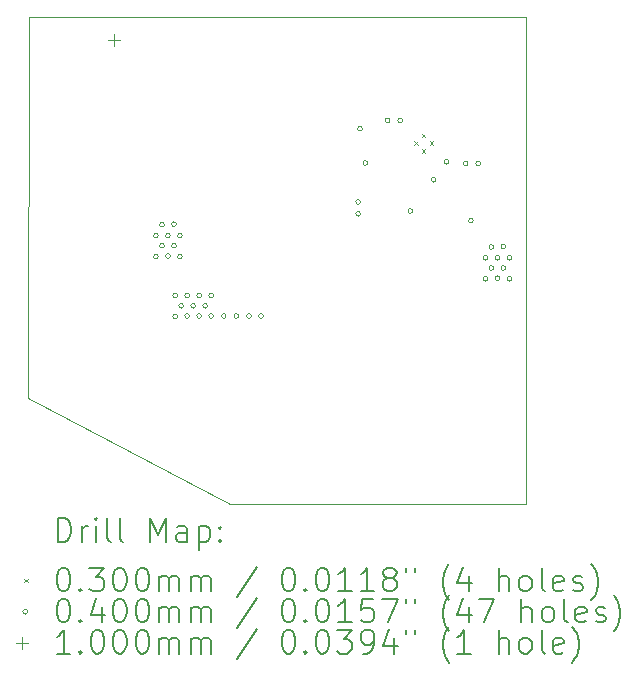
<source format=gbr>
%FSLAX45Y45*%
G04 Gerber Fmt 4.5, Leading zero omitted, Abs format (unit mm)*
G04 Created by KiCad (PCBNEW (6.0.5)) date 2023-03-06 18:53:06*
%MOMM*%
%LPD*%
G01*
G04 APERTURE LIST*
%TA.AperFunction,Profile*%
%ADD10C,0.100000*%
%TD*%
%ADD11C,0.200000*%
%ADD12C,0.030000*%
%ADD13C,0.040000*%
%ADD14C,0.100000*%
G04 APERTURE END LIST*
D10*
X10957560Y-8874760D02*
X6751320Y-8874760D01*
X10957560Y-13004800D02*
X10957560Y-8874760D01*
X8453120Y-13004800D02*
X10957560Y-13004800D01*
X6746240Y-12100560D02*
X8453120Y-13004800D01*
X6751320Y-8874760D02*
X6746240Y-12100560D01*
D11*
D12*
X10012920Y-9931640D02*
X10042920Y-9961640D01*
X10042920Y-9931640D02*
X10012920Y-9961640D01*
X10078960Y-9865600D02*
X10108960Y-9895600D01*
X10108960Y-9865600D02*
X10078960Y-9895600D01*
X10078960Y-9997680D02*
X10108960Y-10027680D01*
X10108960Y-9997680D02*
X10078960Y-10027680D01*
X10145000Y-9931640D02*
X10175000Y-9961640D01*
X10175000Y-9931640D02*
X10145000Y-9961640D01*
D13*
X7848280Y-10728960D02*
G75*
G03*
X7848280Y-10728960I-20000J0D01*
G01*
X7848280Y-10906760D02*
G75*
G03*
X7848280Y-10906760I-20000J0D01*
G01*
X7899080Y-10637520D02*
G75*
G03*
X7899080Y-10637520I-20000J0D01*
G01*
X7899080Y-10815320D02*
G75*
G03*
X7899080Y-10815320I-20000J0D01*
G01*
X7949880Y-10728960D02*
G75*
G03*
X7949880Y-10728960I-20000J0D01*
G01*
X7949880Y-10901680D02*
G75*
G03*
X7949880Y-10901680I-20000J0D01*
G01*
X8000680Y-10632440D02*
G75*
G03*
X8000680Y-10632440I-20000J0D01*
G01*
X8000680Y-10815320D02*
G75*
G03*
X8000680Y-10815320I-20000J0D01*
G01*
X8010840Y-11236960D02*
G75*
G03*
X8010840Y-11236960I-20000J0D01*
G01*
X8010840Y-11414760D02*
G75*
G03*
X8010840Y-11414760I-20000J0D01*
G01*
X8051480Y-10728960D02*
G75*
G03*
X8051480Y-10728960I-20000J0D01*
G01*
X8051480Y-10906760D02*
G75*
G03*
X8051480Y-10906760I-20000J0D01*
G01*
X8061640Y-11323320D02*
G75*
G03*
X8061640Y-11323320I-20000J0D01*
G01*
X8112440Y-11236960D02*
G75*
G03*
X8112440Y-11236960I-20000J0D01*
G01*
X8112440Y-11409680D02*
G75*
G03*
X8112440Y-11409680I-20000J0D01*
G01*
X8163240Y-11323320D02*
G75*
G03*
X8163240Y-11323320I-20000J0D01*
G01*
X8214040Y-11236960D02*
G75*
G03*
X8214040Y-11236960I-20000J0D01*
G01*
X8214040Y-11409680D02*
G75*
G03*
X8214040Y-11409680I-20000J0D01*
G01*
X8264840Y-11323320D02*
G75*
G03*
X8264840Y-11323320I-20000J0D01*
G01*
X8315640Y-11236960D02*
G75*
G03*
X8315640Y-11236960I-20000J0D01*
G01*
X8315640Y-11409680D02*
G75*
G03*
X8315640Y-11409680I-20000J0D01*
G01*
X8422320Y-11409680D02*
G75*
G03*
X8422320Y-11409680I-20000J0D01*
G01*
X8529000Y-11409680D02*
G75*
G03*
X8529000Y-11409680I-20000J0D01*
G01*
X8635680Y-11409680D02*
G75*
G03*
X8635680Y-11409680I-20000J0D01*
G01*
X8737280Y-11409680D02*
G75*
G03*
X8737280Y-11409680I-20000J0D01*
G01*
X9560240Y-10444480D02*
G75*
G03*
X9560240Y-10444480I-20000J0D01*
G01*
X9560240Y-10544430D02*
G75*
G03*
X9560240Y-10544430I-20000J0D01*
G01*
X9575480Y-9824720D02*
G75*
G03*
X9575480Y-9824720I-20000J0D01*
G01*
X9621200Y-10114280D02*
G75*
G03*
X9621200Y-10114280I-20000J0D01*
G01*
X9809160Y-9753600D02*
G75*
G03*
X9809160Y-9753600I-20000J0D01*
G01*
X9915840Y-9753600D02*
G75*
G03*
X9915840Y-9753600I-20000J0D01*
G01*
X10002200Y-10520680D02*
G75*
G03*
X10002200Y-10520680I-20000J0D01*
G01*
X10200320Y-10256520D02*
G75*
G03*
X10200320Y-10256520I-20000J0D01*
G01*
X10307000Y-10104120D02*
G75*
G03*
X10307000Y-10104120I-20000J0D01*
G01*
X10469560Y-10119360D02*
G75*
G03*
X10469560Y-10119360I-20000J0D01*
G01*
X10515280Y-10601960D02*
G75*
G03*
X10515280Y-10601960I-20000J0D01*
G01*
X10576240Y-10119360D02*
G75*
G03*
X10576240Y-10119360I-20000J0D01*
G01*
X10637200Y-10916920D02*
G75*
G03*
X10637200Y-10916920I-20000J0D01*
G01*
X10637200Y-11094720D02*
G75*
G03*
X10637200Y-11094720I-20000J0D01*
G01*
X10688000Y-10825480D02*
G75*
G03*
X10688000Y-10825480I-20000J0D01*
G01*
X10688000Y-11003280D02*
G75*
G03*
X10688000Y-11003280I-20000J0D01*
G01*
X10738800Y-10916920D02*
G75*
G03*
X10738800Y-10916920I-20000J0D01*
G01*
X10738800Y-11089640D02*
G75*
G03*
X10738800Y-11089640I-20000J0D01*
G01*
X10789600Y-10820400D02*
G75*
G03*
X10789600Y-10820400I-20000J0D01*
G01*
X10789600Y-11003280D02*
G75*
G03*
X10789600Y-11003280I-20000J0D01*
G01*
X10840400Y-10916920D02*
G75*
G03*
X10840400Y-10916920I-20000J0D01*
G01*
X10840400Y-11094720D02*
G75*
G03*
X10840400Y-11094720I-20000J0D01*
G01*
D14*
X7472680Y-9022880D02*
X7472680Y-9122880D01*
X7422680Y-9072880D02*
X7522680Y-9072880D01*
D11*
X6998859Y-13320276D02*
X6998859Y-13120276D01*
X7046478Y-13120276D01*
X7075049Y-13129800D01*
X7094097Y-13148848D01*
X7103621Y-13167895D01*
X7113145Y-13205990D01*
X7113145Y-13234562D01*
X7103621Y-13272657D01*
X7094097Y-13291705D01*
X7075049Y-13310752D01*
X7046478Y-13320276D01*
X6998859Y-13320276D01*
X7198859Y-13320276D02*
X7198859Y-13186943D01*
X7198859Y-13225038D02*
X7208383Y-13205990D01*
X7217907Y-13196467D01*
X7236954Y-13186943D01*
X7256002Y-13186943D01*
X7322668Y-13320276D02*
X7322668Y-13186943D01*
X7322668Y-13120276D02*
X7313145Y-13129800D01*
X7322668Y-13139324D01*
X7332192Y-13129800D01*
X7322668Y-13120276D01*
X7322668Y-13139324D01*
X7446478Y-13320276D02*
X7427430Y-13310752D01*
X7417907Y-13291705D01*
X7417907Y-13120276D01*
X7551240Y-13320276D02*
X7532192Y-13310752D01*
X7522668Y-13291705D01*
X7522668Y-13120276D01*
X7779811Y-13320276D02*
X7779811Y-13120276D01*
X7846478Y-13263133D01*
X7913145Y-13120276D01*
X7913145Y-13320276D01*
X8094097Y-13320276D02*
X8094097Y-13215514D01*
X8084573Y-13196467D01*
X8065526Y-13186943D01*
X8027430Y-13186943D01*
X8008383Y-13196467D01*
X8094097Y-13310752D02*
X8075049Y-13320276D01*
X8027430Y-13320276D01*
X8008383Y-13310752D01*
X7998859Y-13291705D01*
X7998859Y-13272657D01*
X8008383Y-13253609D01*
X8027430Y-13244086D01*
X8075049Y-13244086D01*
X8094097Y-13234562D01*
X8189335Y-13186943D02*
X8189335Y-13386943D01*
X8189335Y-13196467D02*
X8208383Y-13186943D01*
X8246478Y-13186943D01*
X8265526Y-13196467D01*
X8275049Y-13205990D01*
X8284573Y-13225038D01*
X8284573Y-13282181D01*
X8275049Y-13301228D01*
X8265526Y-13310752D01*
X8246478Y-13320276D01*
X8208383Y-13320276D01*
X8189335Y-13310752D01*
X8370288Y-13301228D02*
X8379811Y-13310752D01*
X8370288Y-13320276D01*
X8360764Y-13310752D01*
X8370288Y-13301228D01*
X8370288Y-13320276D01*
X8370288Y-13196467D02*
X8379811Y-13205990D01*
X8370288Y-13215514D01*
X8360764Y-13205990D01*
X8370288Y-13196467D01*
X8370288Y-13215514D01*
D12*
X6711240Y-13634800D02*
X6741240Y-13664800D01*
X6741240Y-13634800D02*
X6711240Y-13664800D01*
D11*
X7036954Y-13540276D02*
X7056002Y-13540276D01*
X7075049Y-13549800D01*
X7084573Y-13559324D01*
X7094097Y-13578371D01*
X7103621Y-13616467D01*
X7103621Y-13664086D01*
X7094097Y-13702181D01*
X7084573Y-13721228D01*
X7075049Y-13730752D01*
X7056002Y-13740276D01*
X7036954Y-13740276D01*
X7017907Y-13730752D01*
X7008383Y-13721228D01*
X6998859Y-13702181D01*
X6989335Y-13664086D01*
X6989335Y-13616467D01*
X6998859Y-13578371D01*
X7008383Y-13559324D01*
X7017907Y-13549800D01*
X7036954Y-13540276D01*
X7189335Y-13721228D02*
X7198859Y-13730752D01*
X7189335Y-13740276D01*
X7179811Y-13730752D01*
X7189335Y-13721228D01*
X7189335Y-13740276D01*
X7265526Y-13540276D02*
X7389335Y-13540276D01*
X7322668Y-13616467D01*
X7351240Y-13616467D01*
X7370288Y-13625990D01*
X7379811Y-13635514D01*
X7389335Y-13654562D01*
X7389335Y-13702181D01*
X7379811Y-13721228D01*
X7370288Y-13730752D01*
X7351240Y-13740276D01*
X7294097Y-13740276D01*
X7275049Y-13730752D01*
X7265526Y-13721228D01*
X7513145Y-13540276D02*
X7532192Y-13540276D01*
X7551240Y-13549800D01*
X7560764Y-13559324D01*
X7570288Y-13578371D01*
X7579811Y-13616467D01*
X7579811Y-13664086D01*
X7570288Y-13702181D01*
X7560764Y-13721228D01*
X7551240Y-13730752D01*
X7532192Y-13740276D01*
X7513145Y-13740276D01*
X7494097Y-13730752D01*
X7484573Y-13721228D01*
X7475049Y-13702181D01*
X7465526Y-13664086D01*
X7465526Y-13616467D01*
X7475049Y-13578371D01*
X7484573Y-13559324D01*
X7494097Y-13549800D01*
X7513145Y-13540276D01*
X7703621Y-13540276D02*
X7722668Y-13540276D01*
X7741716Y-13549800D01*
X7751240Y-13559324D01*
X7760764Y-13578371D01*
X7770288Y-13616467D01*
X7770288Y-13664086D01*
X7760764Y-13702181D01*
X7751240Y-13721228D01*
X7741716Y-13730752D01*
X7722668Y-13740276D01*
X7703621Y-13740276D01*
X7684573Y-13730752D01*
X7675049Y-13721228D01*
X7665526Y-13702181D01*
X7656002Y-13664086D01*
X7656002Y-13616467D01*
X7665526Y-13578371D01*
X7675049Y-13559324D01*
X7684573Y-13549800D01*
X7703621Y-13540276D01*
X7856002Y-13740276D02*
X7856002Y-13606943D01*
X7856002Y-13625990D02*
X7865526Y-13616467D01*
X7884573Y-13606943D01*
X7913145Y-13606943D01*
X7932192Y-13616467D01*
X7941716Y-13635514D01*
X7941716Y-13740276D01*
X7941716Y-13635514D02*
X7951240Y-13616467D01*
X7970288Y-13606943D01*
X7998859Y-13606943D01*
X8017907Y-13616467D01*
X8027430Y-13635514D01*
X8027430Y-13740276D01*
X8122668Y-13740276D02*
X8122668Y-13606943D01*
X8122668Y-13625990D02*
X8132192Y-13616467D01*
X8151240Y-13606943D01*
X8179811Y-13606943D01*
X8198859Y-13616467D01*
X8208383Y-13635514D01*
X8208383Y-13740276D01*
X8208383Y-13635514D02*
X8217907Y-13616467D01*
X8236954Y-13606943D01*
X8265526Y-13606943D01*
X8284573Y-13616467D01*
X8294097Y-13635514D01*
X8294097Y-13740276D01*
X8684573Y-13530752D02*
X8513145Y-13787895D01*
X8941716Y-13540276D02*
X8960764Y-13540276D01*
X8979811Y-13549800D01*
X8989335Y-13559324D01*
X8998859Y-13578371D01*
X9008383Y-13616467D01*
X9008383Y-13664086D01*
X8998859Y-13702181D01*
X8989335Y-13721228D01*
X8979811Y-13730752D01*
X8960764Y-13740276D01*
X8941716Y-13740276D01*
X8922669Y-13730752D01*
X8913145Y-13721228D01*
X8903621Y-13702181D01*
X8894097Y-13664086D01*
X8894097Y-13616467D01*
X8903621Y-13578371D01*
X8913145Y-13559324D01*
X8922669Y-13549800D01*
X8941716Y-13540276D01*
X9094097Y-13721228D02*
X9103621Y-13730752D01*
X9094097Y-13740276D01*
X9084573Y-13730752D01*
X9094097Y-13721228D01*
X9094097Y-13740276D01*
X9227430Y-13540276D02*
X9246478Y-13540276D01*
X9265526Y-13549800D01*
X9275050Y-13559324D01*
X9284573Y-13578371D01*
X9294097Y-13616467D01*
X9294097Y-13664086D01*
X9284573Y-13702181D01*
X9275050Y-13721228D01*
X9265526Y-13730752D01*
X9246478Y-13740276D01*
X9227430Y-13740276D01*
X9208383Y-13730752D01*
X9198859Y-13721228D01*
X9189335Y-13702181D01*
X9179811Y-13664086D01*
X9179811Y-13616467D01*
X9189335Y-13578371D01*
X9198859Y-13559324D01*
X9208383Y-13549800D01*
X9227430Y-13540276D01*
X9484573Y-13740276D02*
X9370288Y-13740276D01*
X9427430Y-13740276D02*
X9427430Y-13540276D01*
X9408383Y-13568848D01*
X9389335Y-13587895D01*
X9370288Y-13597419D01*
X9675050Y-13740276D02*
X9560764Y-13740276D01*
X9617907Y-13740276D02*
X9617907Y-13540276D01*
X9598859Y-13568848D01*
X9579811Y-13587895D01*
X9560764Y-13597419D01*
X9789335Y-13625990D02*
X9770288Y-13616467D01*
X9760764Y-13606943D01*
X9751240Y-13587895D01*
X9751240Y-13578371D01*
X9760764Y-13559324D01*
X9770288Y-13549800D01*
X9789335Y-13540276D01*
X9827430Y-13540276D01*
X9846478Y-13549800D01*
X9856002Y-13559324D01*
X9865526Y-13578371D01*
X9865526Y-13587895D01*
X9856002Y-13606943D01*
X9846478Y-13616467D01*
X9827430Y-13625990D01*
X9789335Y-13625990D01*
X9770288Y-13635514D01*
X9760764Y-13645038D01*
X9751240Y-13664086D01*
X9751240Y-13702181D01*
X9760764Y-13721228D01*
X9770288Y-13730752D01*
X9789335Y-13740276D01*
X9827430Y-13740276D01*
X9846478Y-13730752D01*
X9856002Y-13721228D01*
X9865526Y-13702181D01*
X9865526Y-13664086D01*
X9856002Y-13645038D01*
X9846478Y-13635514D01*
X9827430Y-13625990D01*
X9941716Y-13540276D02*
X9941716Y-13578371D01*
X10017907Y-13540276D02*
X10017907Y-13578371D01*
X10313145Y-13816467D02*
X10303621Y-13806943D01*
X10284573Y-13778371D01*
X10275050Y-13759324D01*
X10265526Y-13730752D01*
X10256002Y-13683133D01*
X10256002Y-13645038D01*
X10265526Y-13597419D01*
X10275050Y-13568848D01*
X10284573Y-13549800D01*
X10303621Y-13521228D01*
X10313145Y-13511705D01*
X10475050Y-13606943D02*
X10475050Y-13740276D01*
X10427430Y-13530752D02*
X10379811Y-13673609D01*
X10503621Y-13673609D01*
X10732192Y-13740276D02*
X10732192Y-13540276D01*
X10817907Y-13740276D02*
X10817907Y-13635514D01*
X10808383Y-13616467D01*
X10789335Y-13606943D01*
X10760764Y-13606943D01*
X10741716Y-13616467D01*
X10732192Y-13625990D01*
X10941716Y-13740276D02*
X10922669Y-13730752D01*
X10913145Y-13721228D01*
X10903621Y-13702181D01*
X10903621Y-13645038D01*
X10913145Y-13625990D01*
X10922669Y-13616467D01*
X10941716Y-13606943D01*
X10970288Y-13606943D01*
X10989335Y-13616467D01*
X10998859Y-13625990D01*
X11008383Y-13645038D01*
X11008383Y-13702181D01*
X10998859Y-13721228D01*
X10989335Y-13730752D01*
X10970288Y-13740276D01*
X10941716Y-13740276D01*
X11122669Y-13740276D02*
X11103621Y-13730752D01*
X11094097Y-13711705D01*
X11094097Y-13540276D01*
X11275049Y-13730752D02*
X11256002Y-13740276D01*
X11217907Y-13740276D01*
X11198859Y-13730752D01*
X11189335Y-13711705D01*
X11189335Y-13635514D01*
X11198859Y-13616467D01*
X11217907Y-13606943D01*
X11256002Y-13606943D01*
X11275049Y-13616467D01*
X11284573Y-13635514D01*
X11284573Y-13654562D01*
X11189335Y-13673609D01*
X11360764Y-13730752D02*
X11379811Y-13740276D01*
X11417907Y-13740276D01*
X11436954Y-13730752D01*
X11446478Y-13711705D01*
X11446478Y-13702181D01*
X11436954Y-13683133D01*
X11417907Y-13673609D01*
X11389335Y-13673609D01*
X11370288Y-13664086D01*
X11360764Y-13645038D01*
X11360764Y-13635514D01*
X11370288Y-13616467D01*
X11389335Y-13606943D01*
X11417907Y-13606943D01*
X11436954Y-13616467D01*
X11513145Y-13816467D02*
X11522668Y-13806943D01*
X11541716Y-13778371D01*
X11551240Y-13759324D01*
X11560764Y-13730752D01*
X11570288Y-13683133D01*
X11570288Y-13645038D01*
X11560764Y-13597419D01*
X11551240Y-13568848D01*
X11541716Y-13549800D01*
X11522668Y-13521228D01*
X11513145Y-13511705D01*
D13*
X6741240Y-13913800D02*
G75*
G03*
X6741240Y-13913800I-20000J0D01*
G01*
D11*
X7036954Y-13804276D02*
X7056002Y-13804276D01*
X7075049Y-13813800D01*
X7084573Y-13823324D01*
X7094097Y-13842371D01*
X7103621Y-13880467D01*
X7103621Y-13928086D01*
X7094097Y-13966181D01*
X7084573Y-13985228D01*
X7075049Y-13994752D01*
X7056002Y-14004276D01*
X7036954Y-14004276D01*
X7017907Y-13994752D01*
X7008383Y-13985228D01*
X6998859Y-13966181D01*
X6989335Y-13928086D01*
X6989335Y-13880467D01*
X6998859Y-13842371D01*
X7008383Y-13823324D01*
X7017907Y-13813800D01*
X7036954Y-13804276D01*
X7189335Y-13985228D02*
X7198859Y-13994752D01*
X7189335Y-14004276D01*
X7179811Y-13994752D01*
X7189335Y-13985228D01*
X7189335Y-14004276D01*
X7370288Y-13870943D02*
X7370288Y-14004276D01*
X7322668Y-13794752D02*
X7275049Y-13937609D01*
X7398859Y-13937609D01*
X7513145Y-13804276D02*
X7532192Y-13804276D01*
X7551240Y-13813800D01*
X7560764Y-13823324D01*
X7570288Y-13842371D01*
X7579811Y-13880467D01*
X7579811Y-13928086D01*
X7570288Y-13966181D01*
X7560764Y-13985228D01*
X7551240Y-13994752D01*
X7532192Y-14004276D01*
X7513145Y-14004276D01*
X7494097Y-13994752D01*
X7484573Y-13985228D01*
X7475049Y-13966181D01*
X7465526Y-13928086D01*
X7465526Y-13880467D01*
X7475049Y-13842371D01*
X7484573Y-13823324D01*
X7494097Y-13813800D01*
X7513145Y-13804276D01*
X7703621Y-13804276D02*
X7722668Y-13804276D01*
X7741716Y-13813800D01*
X7751240Y-13823324D01*
X7760764Y-13842371D01*
X7770288Y-13880467D01*
X7770288Y-13928086D01*
X7760764Y-13966181D01*
X7751240Y-13985228D01*
X7741716Y-13994752D01*
X7722668Y-14004276D01*
X7703621Y-14004276D01*
X7684573Y-13994752D01*
X7675049Y-13985228D01*
X7665526Y-13966181D01*
X7656002Y-13928086D01*
X7656002Y-13880467D01*
X7665526Y-13842371D01*
X7675049Y-13823324D01*
X7684573Y-13813800D01*
X7703621Y-13804276D01*
X7856002Y-14004276D02*
X7856002Y-13870943D01*
X7856002Y-13889990D02*
X7865526Y-13880467D01*
X7884573Y-13870943D01*
X7913145Y-13870943D01*
X7932192Y-13880467D01*
X7941716Y-13899514D01*
X7941716Y-14004276D01*
X7941716Y-13899514D02*
X7951240Y-13880467D01*
X7970288Y-13870943D01*
X7998859Y-13870943D01*
X8017907Y-13880467D01*
X8027430Y-13899514D01*
X8027430Y-14004276D01*
X8122668Y-14004276D02*
X8122668Y-13870943D01*
X8122668Y-13889990D02*
X8132192Y-13880467D01*
X8151240Y-13870943D01*
X8179811Y-13870943D01*
X8198859Y-13880467D01*
X8208383Y-13899514D01*
X8208383Y-14004276D01*
X8208383Y-13899514D02*
X8217907Y-13880467D01*
X8236954Y-13870943D01*
X8265526Y-13870943D01*
X8284573Y-13880467D01*
X8294097Y-13899514D01*
X8294097Y-14004276D01*
X8684573Y-13794752D02*
X8513145Y-14051895D01*
X8941716Y-13804276D02*
X8960764Y-13804276D01*
X8979811Y-13813800D01*
X8989335Y-13823324D01*
X8998859Y-13842371D01*
X9008383Y-13880467D01*
X9008383Y-13928086D01*
X8998859Y-13966181D01*
X8989335Y-13985228D01*
X8979811Y-13994752D01*
X8960764Y-14004276D01*
X8941716Y-14004276D01*
X8922669Y-13994752D01*
X8913145Y-13985228D01*
X8903621Y-13966181D01*
X8894097Y-13928086D01*
X8894097Y-13880467D01*
X8903621Y-13842371D01*
X8913145Y-13823324D01*
X8922669Y-13813800D01*
X8941716Y-13804276D01*
X9094097Y-13985228D02*
X9103621Y-13994752D01*
X9094097Y-14004276D01*
X9084573Y-13994752D01*
X9094097Y-13985228D01*
X9094097Y-14004276D01*
X9227430Y-13804276D02*
X9246478Y-13804276D01*
X9265526Y-13813800D01*
X9275050Y-13823324D01*
X9284573Y-13842371D01*
X9294097Y-13880467D01*
X9294097Y-13928086D01*
X9284573Y-13966181D01*
X9275050Y-13985228D01*
X9265526Y-13994752D01*
X9246478Y-14004276D01*
X9227430Y-14004276D01*
X9208383Y-13994752D01*
X9198859Y-13985228D01*
X9189335Y-13966181D01*
X9179811Y-13928086D01*
X9179811Y-13880467D01*
X9189335Y-13842371D01*
X9198859Y-13823324D01*
X9208383Y-13813800D01*
X9227430Y-13804276D01*
X9484573Y-14004276D02*
X9370288Y-14004276D01*
X9427430Y-14004276D02*
X9427430Y-13804276D01*
X9408383Y-13832848D01*
X9389335Y-13851895D01*
X9370288Y-13861419D01*
X9665526Y-13804276D02*
X9570288Y-13804276D01*
X9560764Y-13899514D01*
X9570288Y-13889990D01*
X9589335Y-13880467D01*
X9636954Y-13880467D01*
X9656002Y-13889990D01*
X9665526Y-13899514D01*
X9675050Y-13918562D01*
X9675050Y-13966181D01*
X9665526Y-13985228D01*
X9656002Y-13994752D01*
X9636954Y-14004276D01*
X9589335Y-14004276D01*
X9570288Y-13994752D01*
X9560764Y-13985228D01*
X9741716Y-13804276D02*
X9875050Y-13804276D01*
X9789335Y-14004276D01*
X9941716Y-13804276D02*
X9941716Y-13842371D01*
X10017907Y-13804276D02*
X10017907Y-13842371D01*
X10313145Y-14080467D02*
X10303621Y-14070943D01*
X10284573Y-14042371D01*
X10275050Y-14023324D01*
X10265526Y-13994752D01*
X10256002Y-13947133D01*
X10256002Y-13909038D01*
X10265526Y-13861419D01*
X10275050Y-13832848D01*
X10284573Y-13813800D01*
X10303621Y-13785228D01*
X10313145Y-13775705D01*
X10475050Y-13870943D02*
X10475050Y-14004276D01*
X10427430Y-13794752D02*
X10379811Y-13937609D01*
X10503621Y-13937609D01*
X10560764Y-13804276D02*
X10694097Y-13804276D01*
X10608383Y-14004276D01*
X10922669Y-14004276D02*
X10922669Y-13804276D01*
X11008383Y-14004276D02*
X11008383Y-13899514D01*
X10998859Y-13880467D01*
X10979811Y-13870943D01*
X10951240Y-13870943D01*
X10932192Y-13880467D01*
X10922669Y-13889990D01*
X11132192Y-14004276D02*
X11113145Y-13994752D01*
X11103621Y-13985228D01*
X11094097Y-13966181D01*
X11094097Y-13909038D01*
X11103621Y-13889990D01*
X11113145Y-13880467D01*
X11132192Y-13870943D01*
X11160764Y-13870943D01*
X11179811Y-13880467D01*
X11189335Y-13889990D01*
X11198859Y-13909038D01*
X11198859Y-13966181D01*
X11189335Y-13985228D01*
X11179811Y-13994752D01*
X11160764Y-14004276D01*
X11132192Y-14004276D01*
X11313145Y-14004276D02*
X11294097Y-13994752D01*
X11284573Y-13975705D01*
X11284573Y-13804276D01*
X11465526Y-13994752D02*
X11446478Y-14004276D01*
X11408383Y-14004276D01*
X11389335Y-13994752D01*
X11379811Y-13975705D01*
X11379811Y-13899514D01*
X11389335Y-13880467D01*
X11408383Y-13870943D01*
X11446478Y-13870943D01*
X11465526Y-13880467D01*
X11475049Y-13899514D01*
X11475049Y-13918562D01*
X11379811Y-13937609D01*
X11551240Y-13994752D02*
X11570288Y-14004276D01*
X11608383Y-14004276D01*
X11627430Y-13994752D01*
X11636954Y-13975705D01*
X11636954Y-13966181D01*
X11627430Y-13947133D01*
X11608383Y-13937609D01*
X11579811Y-13937609D01*
X11560764Y-13928086D01*
X11551240Y-13909038D01*
X11551240Y-13899514D01*
X11560764Y-13880467D01*
X11579811Y-13870943D01*
X11608383Y-13870943D01*
X11627430Y-13880467D01*
X11703621Y-14080467D02*
X11713145Y-14070943D01*
X11732192Y-14042371D01*
X11741716Y-14023324D01*
X11751240Y-13994752D01*
X11760764Y-13947133D01*
X11760764Y-13909038D01*
X11751240Y-13861419D01*
X11741716Y-13832848D01*
X11732192Y-13813800D01*
X11713145Y-13785228D01*
X11703621Y-13775705D01*
D14*
X6691240Y-14127800D02*
X6691240Y-14227800D01*
X6641240Y-14177800D02*
X6741240Y-14177800D01*
D11*
X7103621Y-14268276D02*
X6989335Y-14268276D01*
X7046478Y-14268276D02*
X7046478Y-14068276D01*
X7027430Y-14096848D01*
X7008383Y-14115895D01*
X6989335Y-14125419D01*
X7189335Y-14249228D02*
X7198859Y-14258752D01*
X7189335Y-14268276D01*
X7179811Y-14258752D01*
X7189335Y-14249228D01*
X7189335Y-14268276D01*
X7322668Y-14068276D02*
X7341716Y-14068276D01*
X7360764Y-14077800D01*
X7370288Y-14087324D01*
X7379811Y-14106371D01*
X7389335Y-14144467D01*
X7389335Y-14192086D01*
X7379811Y-14230181D01*
X7370288Y-14249228D01*
X7360764Y-14258752D01*
X7341716Y-14268276D01*
X7322668Y-14268276D01*
X7303621Y-14258752D01*
X7294097Y-14249228D01*
X7284573Y-14230181D01*
X7275049Y-14192086D01*
X7275049Y-14144467D01*
X7284573Y-14106371D01*
X7294097Y-14087324D01*
X7303621Y-14077800D01*
X7322668Y-14068276D01*
X7513145Y-14068276D02*
X7532192Y-14068276D01*
X7551240Y-14077800D01*
X7560764Y-14087324D01*
X7570288Y-14106371D01*
X7579811Y-14144467D01*
X7579811Y-14192086D01*
X7570288Y-14230181D01*
X7560764Y-14249228D01*
X7551240Y-14258752D01*
X7532192Y-14268276D01*
X7513145Y-14268276D01*
X7494097Y-14258752D01*
X7484573Y-14249228D01*
X7475049Y-14230181D01*
X7465526Y-14192086D01*
X7465526Y-14144467D01*
X7475049Y-14106371D01*
X7484573Y-14087324D01*
X7494097Y-14077800D01*
X7513145Y-14068276D01*
X7703621Y-14068276D02*
X7722668Y-14068276D01*
X7741716Y-14077800D01*
X7751240Y-14087324D01*
X7760764Y-14106371D01*
X7770288Y-14144467D01*
X7770288Y-14192086D01*
X7760764Y-14230181D01*
X7751240Y-14249228D01*
X7741716Y-14258752D01*
X7722668Y-14268276D01*
X7703621Y-14268276D01*
X7684573Y-14258752D01*
X7675049Y-14249228D01*
X7665526Y-14230181D01*
X7656002Y-14192086D01*
X7656002Y-14144467D01*
X7665526Y-14106371D01*
X7675049Y-14087324D01*
X7684573Y-14077800D01*
X7703621Y-14068276D01*
X7856002Y-14268276D02*
X7856002Y-14134943D01*
X7856002Y-14153990D02*
X7865526Y-14144467D01*
X7884573Y-14134943D01*
X7913145Y-14134943D01*
X7932192Y-14144467D01*
X7941716Y-14163514D01*
X7941716Y-14268276D01*
X7941716Y-14163514D02*
X7951240Y-14144467D01*
X7970288Y-14134943D01*
X7998859Y-14134943D01*
X8017907Y-14144467D01*
X8027430Y-14163514D01*
X8027430Y-14268276D01*
X8122668Y-14268276D02*
X8122668Y-14134943D01*
X8122668Y-14153990D02*
X8132192Y-14144467D01*
X8151240Y-14134943D01*
X8179811Y-14134943D01*
X8198859Y-14144467D01*
X8208383Y-14163514D01*
X8208383Y-14268276D01*
X8208383Y-14163514D02*
X8217907Y-14144467D01*
X8236954Y-14134943D01*
X8265526Y-14134943D01*
X8284573Y-14144467D01*
X8294097Y-14163514D01*
X8294097Y-14268276D01*
X8684573Y-14058752D02*
X8513145Y-14315895D01*
X8941716Y-14068276D02*
X8960764Y-14068276D01*
X8979811Y-14077800D01*
X8989335Y-14087324D01*
X8998859Y-14106371D01*
X9008383Y-14144467D01*
X9008383Y-14192086D01*
X8998859Y-14230181D01*
X8989335Y-14249228D01*
X8979811Y-14258752D01*
X8960764Y-14268276D01*
X8941716Y-14268276D01*
X8922669Y-14258752D01*
X8913145Y-14249228D01*
X8903621Y-14230181D01*
X8894097Y-14192086D01*
X8894097Y-14144467D01*
X8903621Y-14106371D01*
X8913145Y-14087324D01*
X8922669Y-14077800D01*
X8941716Y-14068276D01*
X9094097Y-14249228D02*
X9103621Y-14258752D01*
X9094097Y-14268276D01*
X9084573Y-14258752D01*
X9094097Y-14249228D01*
X9094097Y-14268276D01*
X9227430Y-14068276D02*
X9246478Y-14068276D01*
X9265526Y-14077800D01*
X9275050Y-14087324D01*
X9284573Y-14106371D01*
X9294097Y-14144467D01*
X9294097Y-14192086D01*
X9284573Y-14230181D01*
X9275050Y-14249228D01*
X9265526Y-14258752D01*
X9246478Y-14268276D01*
X9227430Y-14268276D01*
X9208383Y-14258752D01*
X9198859Y-14249228D01*
X9189335Y-14230181D01*
X9179811Y-14192086D01*
X9179811Y-14144467D01*
X9189335Y-14106371D01*
X9198859Y-14087324D01*
X9208383Y-14077800D01*
X9227430Y-14068276D01*
X9360764Y-14068276D02*
X9484573Y-14068276D01*
X9417907Y-14144467D01*
X9446478Y-14144467D01*
X9465526Y-14153990D01*
X9475050Y-14163514D01*
X9484573Y-14182562D01*
X9484573Y-14230181D01*
X9475050Y-14249228D01*
X9465526Y-14258752D01*
X9446478Y-14268276D01*
X9389335Y-14268276D01*
X9370288Y-14258752D01*
X9360764Y-14249228D01*
X9579811Y-14268276D02*
X9617907Y-14268276D01*
X9636954Y-14258752D01*
X9646478Y-14249228D01*
X9665526Y-14220657D01*
X9675050Y-14182562D01*
X9675050Y-14106371D01*
X9665526Y-14087324D01*
X9656002Y-14077800D01*
X9636954Y-14068276D01*
X9598859Y-14068276D01*
X9579811Y-14077800D01*
X9570288Y-14087324D01*
X9560764Y-14106371D01*
X9560764Y-14153990D01*
X9570288Y-14173038D01*
X9579811Y-14182562D01*
X9598859Y-14192086D01*
X9636954Y-14192086D01*
X9656002Y-14182562D01*
X9665526Y-14173038D01*
X9675050Y-14153990D01*
X9846478Y-14134943D02*
X9846478Y-14268276D01*
X9798859Y-14058752D02*
X9751240Y-14201609D01*
X9875050Y-14201609D01*
X9941716Y-14068276D02*
X9941716Y-14106371D01*
X10017907Y-14068276D02*
X10017907Y-14106371D01*
X10313145Y-14344467D02*
X10303621Y-14334943D01*
X10284573Y-14306371D01*
X10275050Y-14287324D01*
X10265526Y-14258752D01*
X10256002Y-14211133D01*
X10256002Y-14173038D01*
X10265526Y-14125419D01*
X10275050Y-14096848D01*
X10284573Y-14077800D01*
X10303621Y-14049228D01*
X10313145Y-14039705D01*
X10494097Y-14268276D02*
X10379811Y-14268276D01*
X10436954Y-14268276D02*
X10436954Y-14068276D01*
X10417907Y-14096848D01*
X10398859Y-14115895D01*
X10379811Y-14125419D01*
X10732192Y-14268276D02*
X10732192Y-14068276D01*
X10817907Y-14268276D02*
X10817907Y-14163514D01*
X10808383Y-14144467D01*
X10789335Y-14134943D01*
X10760764Y-14134943D01*
X10741716Y-14144467D01*
X10732192Y-14153990D01*
X10941716Y-14268276D02*
X10922669Y-14258752D01*
X10913145Y-14249228D01*
X10903621Y-14230181D01*
X10903621Y-14173038D01*
X10913145Y-14153990D01*
X10922669Y-14144467D01*
X10941716Y-14134943D01*
X10970288Y-14134943D01*
X10989335Y-14144467D01*
X10998859Y-14153990D01*
X11008383Y-14173038D01*
X11008383Y-14230181D01*
X10998859Y-14249228D01*
X10989335Y-14258752D01*
X10970288Y-14268276D01*
X10941716Y-14268276D01*
X11122669Y-14268276D02*
X11103621Y-14258752D01*
X11094097Y-14239705D01*
X11094097Y-14068276D01*
X11275049Y-14258752D02*
X11256002Y-14268276D01*
X11217907Y-14268276D01*
X11198859Y-14258752D01*
X11189335Y-14239705D01*
X11189335Y-14163514D01*
X11198859Y-14144467D01*
X11217907Y-14134943D01*
X11256002Y-14134943D01*
X11275049Y-14144467D01*
X11284573Y-14163514D01*
X11284573Y-14182562D01*
X11189335Y-14201609D01*
X11351240Y-14344467D02*
X11360764Y-14334943D01*
X11379811Y-14306371D01*
X11389335Y-14287324D01*
X11398859Y-14258752D01*
X11408383Y-14211133D01*
X11408383Y-14173038D01*
X11398859Y-14125419D01*
X11389335Y-14096848D01*
X11379811Y-14077800D01*
X11360764Y-14049228D01*
X11351240Y-14039705D01*
M02*

</source>
